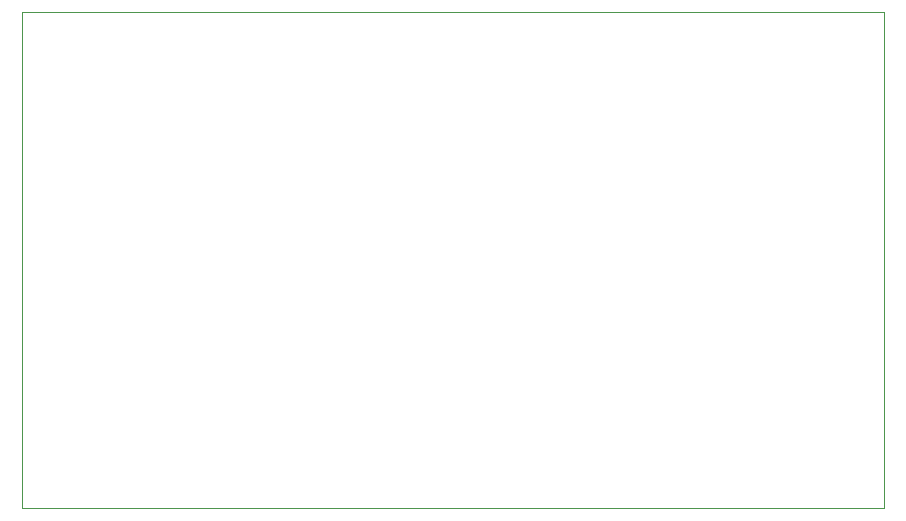
<source format=gbr>
G04 #@! TF.GenerationSoftware,KiCad,Pcbnew,(5.1.0)-1*
G04 #@! TF.CreationDate,2020-10-21T08:33:28+02:00*
G04 #@! TF.ProjectId,phyphox_CO2_Monitor,70687970-686f-4785-9f43-4f325f4d6f6e,rev?*
G04 #@! TF.SameCoordinates,Original*
G04 #@! TF.FileFunction,Profile,NP*
%FSLAX46Y46*%
G04 Gerber Fmt 4.6, Leading zero omitted, Abs format (unit mm)*
G04 Created by KiCad (PCBNEW (5.1.0)-1) date 2020-10-21 08:33:28*
%MOMM*%
%LPD*%
G04 APERTURE LIST*
%ADD10C,0.050000*%
G04 APERTURE END LIST*
D10*
X-27435200Y-21183200D02*
X45564800Y-21183200D01*
X-27435200Y20816800D02*
X-27435200Y-21183200D01*
X45564800Y20816800D02*
X45564800Y-21183200D01*
X-27435200Y20816800D02*
X45564800Y20816800D01*
M02*

</source>
